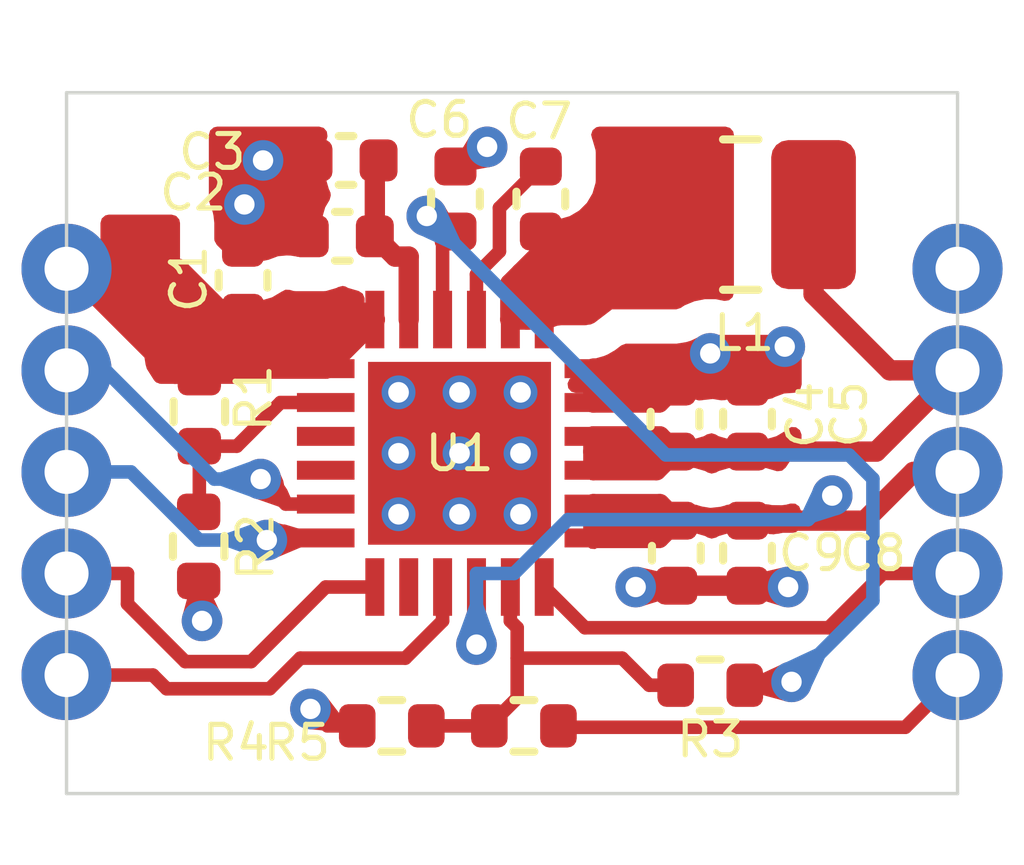
<source format=kicad_pcb>
(kicad_pcb (version 20241229) (generator "pcbnew") (generator_version "9.0")
  (layers (0 "F.Cu" signal) (4 "In1.Cu" signal) (6 "In2.Cu" signal) (2 "B.Cu" signal) (13 "F.Paste" user) (15 "B.Paste" user) (5 "F.SilkS" user "F.Silkscreen") (7 "B.SilkS" user "B.Silkscreen") (1 "F.Mask" user) (3 "B.Mask" user) (25 "Edge.Cuts" user))
  (net 0 "")
  (net 1 "VBUS")
  (net 2 "GND")
  (net 3 "/PMID")
  (net 4 "/VSYS")
  (net 5 "/REGN")
  (net 6 "Net-(U1-BTST)")
  (net 7 "/BUTTON")
  (net 8 "/VBAT")
  (net 10 "/PSEL")
  (net 11 "/TS")
  (net 12 "/SDA")
  (net 13 "/INT_N")
  (net 14 "/SCL")
  (net 15 "/SW")
  (net 17 "/CE_N")
  (net 19 "/TS_BAT")
  (footprint "Inductor_SMD:L_1008_2520Metric" (layer "F.Cu") (at 77.55 42.6)
    (property "Reference" "L1" (at 0.05 1.75 180) (layer "F.SilkS") (effects (font (size 0.5 0.5) (thickness 0.075))))
    (property "Value" "1u")
    (fp_line (start -0.261252 -1.11) (end 0.261252 -1.11) (stroke (width 0.12)) (layer "F.SilkS"))
    (fp_line (start -0.261252 1.11) (end 0.261252 1.11) (stroke (width 0.12)) (layer "F.SilkS"))
    (pad "1" smd roundrect (at -1.075 0) (size 1.25 2.2) (layers "F.Cu" "F.Mask" "F.Paste") (roundrect_rratio 0.2) (net 15 "/SW"))
    (pad "2" smd roundrect (at 1.075 0) (size 1.25 2.2) (layers "F.Cu" "F.Mask" "F.Paste") (roundrect_rratio 0.2) (net 4 "/VSYS"))
  )
  (footprint "Resistor_SMD:R_0402_1005Metric" (layer "F.Cu") (at 77.1 49.55)
    (property "Reference" "R3" (at 0 0.8 0) (layer "F.SilkS") (effects (font (size 0.5 0.5) (thickness 0.075))))
    (property "Value" "10k")
    (fp_line (start -0.153641 -0.38) (end 0.153641 -0.38) (stroke (width 0.12)) (layer "F.SilkS"))
    (fp_line (start -0.153641 0.38) (end 0.153641 0.38) (stroke (width 0.12)) (layer "F.SilkS"))
    (pad "1" smd roundrect (at -0.509999 0) (size 0.54 0.64) (layers "F.Cu" "F.Mask" "F.Paste") (net 11 "/TS"))
    (pad "2" smd roundrect (at 0.509999 0) (size 0.54 0.64) (layers "F.Cu" "F.Mask" "F.Paste") (net 5 "/REGN"))
  )
  (footprint "Capacitor_SMD:C_0402_1005Metric" (layer "F.Cu") (at 71.67 42.92 180)
    (property "Reference" "C2" (at 2.2 0.645 180) (layer "F.SilkS") (effects (font (size 0.5 0.5) (thickness 0.075))))
    (property "Value" "10u")
    (fp_line (start -0.107836 0.36) (end 0.107836 0.36) (stroke (width 0.12)) (layer "F.SilkS"))
    (fp_line (start -0.107836 -0.36) (end 0.107836 -0.36) (stroke (width 0.12)) (layer "F.SilkS"))
    (pad "1" smd roundrect (at -0.48 0 180) (size 0.56 0.62) (layers "F.Cu" "F.Mask" "F.Paste") (net 3 "/PMID"))
    (pad "2" smd roundrect (at 0.48 0 180) (size 0.56 0.62) (layers "F.Cu" "F.Mask" "F.Paste") (net 2 "GND"))
  )
  (footprint "Resistor_SMD:R_0402_1005Metric" (layer "F.Cu") (at 72.4 50.15)
    (property "Reference" "R4" (at -2.3 0.25 0) (layer "F.SilkS") (effects (font (size 0.5 0.5) (thickness 0.075))))
    (property "Value" "10k")
    (fp_line (start -0.153641 -0.38) (end 0.153641 -0.38) (stroke (width 0.12)) (layer "F.SilkS"))
    (fp_line (start -0.153641 0.38) (end 0.153641 0.38) (stroke (width 0.12)) (layer "F.SilkS"))
    (pad "1" smd roundrect (at -0.509999 0) (size 0.54 0.64) (layers "F.Cu" "F.Mask" "F.Paste") (net 2 "GND"))
    (pad "2" smd roundrect (at 0.509999 0) (size 0.54 0.64) (layers "F.Cu" "F.Mask" "F.Paste") (net 11 "/TS"))
  )
  (footprint "Library:RTW0024P" (layer "F.Cu") (at 73.399997 46.125)
    (property "Reference" "U1" (at 0 0 0) (layer "F.SilkS") (effects (font (size 0.5 0.5) (thickness 0.075))))
    (property "Value" "BQ25619ERTWR")
    (pad "1" smd rect (at -1.975 -1.250003) (size 0.850001 0.279999) (layers "F.Cu" "F.Mask") (net 1 "VBUS"))
    (pad "2" smd rect (at -1.975 -0.750004) (size 0.850001 0.279999) (layers "F.Cu" "F.Mask") (net 10 "/PSEL"))
    (pad "3" smd rect (at -1.975 -0.250002) (size 0.850001 0.279999) (layers "F.Cu" "F.Mask"))
    (pad "4" smd rect (at -1.975 0.249997) (size 0.850001 0.279999) (layers "F.Cu" "F.Mask"))
    (pad "5" smd rect (at -1.975 0.749998) (size 0.850001 0.279999) (layers "F.Cu" "F.Mask") (net 14 "/SCL"))
    (pad "6" smd rect (at -1.975 1.249997) (size 0.850001 0.279999) (layers "F.Cu" "F.Mask") (net 12 "/SDA"))
    (pad "7" smd rect (at -1.250003 1.975 90) (size 0.850001 0.279999) (layers "F.Cu" "F.Mask") (net 13 "/INT_N"))
    (pad "8" smd rect (at -0.750004 1.975 90) (size 0.850001 0.279999) (layers "F.Cu" "F.Mask"))
    (pad "9" smd rect (at -0.250002 1.975 90) (size 0.850001 0.279999) (layers "F.Cu" "F.Mask") (net 17 "/CE_N"))
    (pad "10" smd rect (at 0.249997 1.975 90) (size 0.850001 0.279999) (layers "F.Cu" "F.Mask") (net 8 "/VBAT"))
    (pad "11" smd rect (at 0.749998 1.975 90) (size 0.850001 0.279999) (layers "F.Cu" "F.Mask") (net 11 "/TS"))
    (pad "12" smd rect (at 1.249997 1.975 90) (size 0.850001 0.279999) (layers "F.Cu" "F.Mask") (net 7 "/BUTTON"))
    (pad "13" smd rect (at 1.975 1.250003) (size 0.850001 0.279999) (layers "F.Cu" "F.Mask") (net 8 "/VBAT"))
    (pad "14" smd rect (at 1.975 0.750004) (size 0.850001 0.279999) (layers "F.Cu" "F.Mask") (net 8 "/VBAT"))
    (pad "15" smd rect (at 1.975 0.250002) (size 0.850001 0.279999) (layers "F.Cu" "F.Mask") (net 4 "/VSYS"))
    (pad "16" smd rect (at 1.975 -0.249997) (size 0.850001 0.279999) (layers "F.Cu" "F.Mask") (net 4 "/VSYS"))
    (pad "17" smd rect (at 1.975 -0.749998) (size 0.850001 0.279999) (layers "F.Cu" "F.Mask") (net 2 "GND"))
    (pad "18" smd rect (at 1.975 -1.249997) (size 0.850001 0.279999) (layers "F.Cu" "F.Mask") (net 2 "GND"))
    (pad "19" smd rect (at 1.250003 -1.975 90) (size 0.850001 0.279999) (layers "F.Cu" "F.Mask") (net 15 "/SW"))
    (pad "20" smd rect (at 0.750004 -1.975 90) (size 0.850001 0.279999) (layers "F.Cu" "F.Mask") (net 15 "/SW"))
    (pad "21" smd rect (at 0.250002 -1.975 90) (size 0.850001 0.279999) (layers "F.Cu" "F.Mask") (net 6 "Net-(U1-BTST)"))
    (pad "22" smd rect (at -0.249997 -1.975 90) (size 0.850001 0.279999) (layers "F.Cu" "F.Mask") (net 5 "/REGN"))
    (pad "23" smd rect (at -0.749998 -1.975 90) (size 0.850001 0.279999) (layers "F.Cu" "F.Mask") (net 3 "/PMID"))
    (pad "24" smd rect (at -1.249997 -1.975 90) (size 0.850001 0.279999) (layers "F.Cu" "F.Mask") (net 1 "VBUS"))
    (pad "25" thru_hole circle (at -0.899998 -0.900001) (size 0.499999 0.499999) (drill 0.3048) (layers "*.Cu" "*.Mask") (net 2 "GND"))
    (pad "25" thru_hole circle (at -0.899998 0) (size 0.499999 0.499999) (drill 0.3048) (layers "*.Cu" "*.Mask") (net 2 "GND"))
    (pad "25" thru_hole circle (at -0.899998 0.900001) (size 0.499999 0.499999) (drill 0.3048) (layers "*.Cu" "*.Mask") (net 2 "GND"))
    (pad "25" thru_hole circle (at 0 -0.900001) (size 0.499999 0.499999) (drill 0.3048) (layers "*.Cu" "*.Mask") (net 2 "GND"))
    (pad "25" thru_hole circle (at 0 0) (size 0.499999 0.499999) (drill 0.3048) (layers "*.Cu" "*.Mask") (net 2 "GND"))
    (pad "25" smd rect (at 0 0) (size 2.7 2.7) (layers "F.Cu" "F.Mask") (net 2 "GND"))
    (pad "25" thru_hole circle (at 0 0.900001) (size 0.499999 0.499999) (drill 0.3048) (layers "*.Cu" "*.Mask") (net 2 "GND"))
    (pad "25" thru_hole circle (at 0.900001 -0.900001) (size 0.499999 0.499999) (drill 0.3048) (layers "*.Cu" "*.Mask") (net 2 "GND"))
    (pad "25" thru_hole circle (at 0.900001 0) (size 0.499999 0.499999) (drill 0.3048) (layers "*.Cu" "*.Mask") (net 2 "GND"))
    (pad "25" thru_hole circle (at 0.900001 0.900001) (size 0.499999 0.499999) (drill 0.3048) (layers "*.Cu" "*.Mask") (net 2 "GND"))
  )
  (footprint "Capacitor_SMD:C_0402_1005Metric" (layer "F.Cu") (at 77.65 45.62 90)
    (property "Reference" "C5" (at 0.07 1.5 90) (layer "F.SilkS") (effects (font (size 0.5 0.5) (thickness 0.075))))
    (property "Value" "10u")
    (fp_line (start -0.107836 -0.36) (end 0.107836 -0.36) (stroke (width 0.12)) (layer "F.SilkS"))
    (fp_line (start -0.107836 0.36) (end 0.107836 0.36) (stroke (width 0.12)) (layer "F.SilkS"))
    (pad "1" smd roundrect (at -0.48 0 90) (size 0.56 0.62) (layers "F.Cu" "F.Mask" "F.Paste") (net 4 "/VSYS"))
    (pad "2" smd roundrect (at 0.48 0 90) (size 0.56 0.62) (layers "F.Cu" "F.Mask" "F.Paste") (net 2 "GND"))
  )
  (footprint "Capacitor_SMD:C_0402_1005Metric" (layer "F.Cu") (at 74.6 42.37 90)
    (property "Reference" "C7" (at 1.145 -0.025 180) (layer "F.SilkS") (effects (font (size 0.5 0.5) (thickness 0.075))))
    (property "Value" "47n")
    (fp_line (start -0.107836 -0.36) (end 0.107836 -0.36) (stroke (width 0.12)) (layer "F.SilkS"))
    (fp_line (start -0.107836 0.36) (end 0.107836 0.36) (stroke (width 0.12)) (layer "F.SilkS"))
    (pad "1" smd roundrect (at -0.48 0 90) (size 0.56 0.62) (layers "F.Cu" "F.Mask" "F.Paste") (net 15 "/SW"))
    (pad "2" smd roundrect (at 0.48 0 90) (size 0.56 0.62) (layers "F.Cu" "F.Mask" "F.Paste") (net 6 "Net-(U1-BTST)"))
  )
  (footprint "Library:5_Castellated" (layer "F.Cu") (at 67.6 43.4)
    (property "Reference" "J1" (hide yes))
    (property "Value" "Conn_01x05_Pin")
    (pad "1" thru_hole circle (at 0 0) (size 1.33 1.33) (drill 0.65) (property pad_prop_castellated) (layers "*.Cu" "*.Mask") (net 1 "VBUS"))
    (pad "2" thru_hole circle (at 0 1.5) (size 1.33 1.33) (drill 0.65) (property pad_prop_castellated) (layers "*.Cu" "*.Mask") (net 14 "/SCL"))
    (pad "3" thru_hole circle (at 0 3) (size 1.33 1.33) (drill 0.65) (property pad_prop_castellated) (layers "*.Cu" "*.Mask") (net 12 "/SDA"))
    (pad "4" thru_hole circle (at 0 4.5) (size 1.33 1.33) (drill 0.65) (property pad_prop_castellated) (layers "*.Cu" "*.Mask") (net 13 "/INT_N"))
    (pad "5" thru_hole circle (at 0 6) (size 1.33 1.33) (drill 0.65) (property pad_prop_castellated) (layers "*.Cu" "*.Mask") (net 17 "/CE_N"))
  )
  (footprint "Capacitor_SMD:C_0402_1005Metric" (layer "F.Cu") (at 76.6 47.6 -90)
    (property "Reference" "C9" (at 0 -2 180) (layer "F.SilkS") (effects (font (size 0.5 0.5) (thickness 0.075))))
    (property "Value" "10u")
    (fp_line (start -0.107836 0.36) (end 0.107836 0.36) (stroke (width 0.12)) (layer "F.SilkS"))
    (fp_line (start -0.107836 -0.36) (end 0.107836 -0.36) (stroke (width 0.12)) (layer "F.SilkS"))
    (pad "1" smd roundrect (at -0.48 0 270) (size 0.56 0.62) (layers "F.Cu" "F.Mask" "F.Paste") (net 8 "/VBAT"))
    (pad "2" smd roundrect (at 0.48 0 270) (size 0.56 0.62) (layers "F.Cu" "F.Mask" "F.Paste") (net 2 "GND"))
  )
  (footprint "Library:5_Castellated" (layer "F.Cu") (at 80.75 43.4)
    (property "Reference" "J2" (hide yes))
    (property "Value" "Conn_01x05_Pin")
    (pad "1" thru_hole circle (at 0 0) (size 1.33 1.33) (drill 0.65) (property pad_prop_castellated) (layers "*.Cu" "*.Mask") (net 2 "GND"))
    (pad "2" thru_hole circle (at 0 1.5) (size 1.33 1.33) (drill 0.65) (property pad_prop_castellated) (layers "*.Cu" "*.Mask") (net 4 "/VSYS"))
    (pad "3" thru_hole circle (at 0 3) (size 1.33 1.33) (drill 0.65) (property pad_prop_castellated) (layers "*.Cu" "*.Mask") (net 8 "/VBAT"))
    (pad "4" thru_hole circle (at 0 4.5) (size 1.33 1.33) (drill 0.65) (property pad_prop_castellated) (layers "*.Cu" "*.Mask") (net 7 "/BUTTON"))
    (pad "5" thru_hole circle (at 0 6) (size 1.33 1.33) (drill 0.65) (property pad_prop_castellated) (layers "*.Cu" "*.Mask") (net 19 "/TS_BAT"))
  )
  (footprint "Resistor_SMD:R_0402_1005Metric" (layer "F.Cu") (at 69.56 45.51 -90)
    (property "Reference" "R1" (at -0.2 -0.8 90) (layer "F.SilkS") (effects (font (size 0.5 0.5) (thickness 0.075))))
    (property "Value" "100k")
    (fp_line (start -0.153641 0.38) (end 0.153641 0.38) (stroke (width 0.12)) (layer "F.SilkS"))
    (fp_line (start -0.153641 -0.38) (end 0.153641 -0.38) (stroke (width 0.12)) (layer "F.SilkS"))
    (pad "1" smd roundrect (at -0.509999 0 270) (size 0.54 0.64) (layers "F.Cu" "F.Mask" "F.Paste") (net 1 "VBUS"))
    (pad "2" smd roundrect (at 0.509999 0 270) (size 0.54 0.64) (layers "F.Cu" "F.Mask" "F.Paste") (net 10 "/PSEL"))
  )
  (footprint "Capacitor_SMD:C_0402_1005Metric" (layer "F.Cu") (at 73.34 42.37 90)
    (property "Reference" "C6" (at 1.17 -0.24 0) (layer "F.SilkS") (effects (font (size 0.5 0.5) (thickness 0.075))))
    (property "Value" "10u")
    (fp_line (start -0.107836 -0.36) (end 0.107836 -0.36) (stroke (width 0.12)) (layer "F.SilkS"))
    (fp_line (start -0.107836 0.36) (end 0.107836 0.36) (stroke (width 0.12)) (layer "F.SilkS"))
    (pad "1" smd roundrect (at -0.48 0 90) (size 0.56 0.62) (layers "F.Cu" "F.Mask" "F.Paste") (net 5 "/REGN"))
    (pad "2" smd roundrect (at 0.48 0 90) (size 0.56 0.62) (layers "F.Cu" "F.Mask" "F.Paste") (net 2 "GND"))
  )
  (footprint "Resistor_SMD:R_0402_1005Metric" (layer "F.Cu") (at 74.35 50.15)
    (property "Reference" "R5" (at -3.35 0.25 0) (layer "F.SilkS") (effects (font (size 0.5 0.5) (thickness 0.075))))
    (property "Value" "0")
    (fp_line (start -0.153641 -0.38) (end 0.153641 -0.38) (stroke (width 0.12)) (layer "F.SilkS"))
    (fp_line (start -0.153641 0.38) (end 0.153641 0.38) (stroke (width 0.12)) (layer "F.SilkS"))
    (pad "1" smd roundrect (at -0.509999 0) (size 0.54 0.64) (layers "F.Cu" "F.Mask" "F.Paste") (net 11 "/TS"))
    (pad "2" smd roundrect (at 0.509999 0) (size 0.54 0.64) (layers "F.Cu" "F.Mask" "F.Paste") (net 19 "/TS_BAT"))
  )
  (footprint "Resistor_SMD:R_0402_1005Metric" (layer "F.Cu") (at 69.55 47.5 -90)
    (property "Reference" "R2" (at 0.01 -0.84 90) (layer "F.SilkS") (effects (font (size 0.5 0.5) (thickness 0.075))))
    (property "Value" "100k")
    (fp_line (start -0.153641 0.38) (end 0.153641 0.38) (stroke (width 0.12)) (layer "F.SilkS"))
    (fp_line (start -0.153641 -0.38) (end 0.153641 -0.38) (stroke (width 0.12)) (layer "F.SilkS"))
    (pad "1" smd roundrect (at -0.509999 0 270) (size 0.54 0.64) (layers "F.Cu" "F.Mask" "F.Paste") (net 10 "/PSEL"))
    (pad "2" smd roundrect (at 0.509999 0 270) (size 0.54 0.64) (layers "F.Cu" "F.Mask" "F.Paste") (net 2 "GND"))
  )
  (footprint "Capacitor_SMD:C_0402_1005Metric" (layer "F.Cu") (at 77.65 47.6 -90)
    (property "Reference" "C8" (at 0 -1.85 180) (layer "F.SilkS") (effects (font (size 0.5 0.5) (thickness 0.075))))
    (property "Value" "10u")
    (fp_line (start -0.107836 0.36) (end 0.107836 0.36) (stroke (width 0.12)) (layer "F.SilkS"))
    (fp_line (start -0.107836 -0.36) (end 0.107836 -0.36) (stroke (width 0.12)) (layer "F.SilkS"))
    (pad "1" smd roundrect (at -0.48 0 270) (size 0.56 0.62) (layers "F.Cu" "F.Mask" "F.Paste") (net 8 "/VBAT"))
    (pad "2" smd roundrect (at 0.48 0 270) (size 0.56 0.62) (layers "F.Cu" "F.Mask" "F.Paste") (net 2 "GND"))
  )
  (footprint "Capacitor_SMD:C_0402_1005Metric" (layer "F.Cu") (at 76.58 45.62 90)
    (property "Reference" "C4" (at 0.06 1.92 90) (layer "F.SilkS") (effects (font (size 0.5 0.5) (thickness 0.075))))
    (property "Value" "10u")
    (fp_line (start -0.107836 -0.36) (end 0.107836 -0.36) (stroke (width 0.12)) (layer "F.SilkS"))
    (fp_line (start -0.107836 0.36) (end 0.107836 0.36) (stroke (width 0.12)) (layer "F.SilkS"))
    (pad "1" smd roundrect (at -0.48 0 90) (size 0.56 0.62) (layers "F.Cu" "F.Mask" "F.Paste") (net 4 "/VSYS"))
    (pad "2" smd roundrect (at 0.48 0 90) (size 0.56 0.62) (layers "F.Cu" "F.Mask" "F.Paste") (net 2 "GND"))
  )
  (footprint "Capacitor_SMD:C_0402_1005Metric" (layer "F.Cu") (at 70.205 43.57 90)
    (property "Reference" "C1" (at 0.02 -0.8 90) (layer "F.SilkS") (effects (font (size 0.5 0.5) (thickness 0.075))))
    (property "Value" "1u")
    (fp_line (start -0.107836 -0.36) (end 0.107836 -0.36) (stroke (width 0.12)) (layer "F.SilkS"))
    (fp_line (start -0.107836 0.36) (end 0.107836 0.36) (stroke (width 0.12)) (layer "F.SilkS"))
    (pad "1" smd roundrect (at -0.48 0 90) (size 0.56 0.62) (layers "F.Cu" "F.Mask" "F.Paste") (net 1 "VBUS"))
    (pad "2" smd roundrect (at 0.48 0 90) (size 0.56 0.62) (layers "F.Cu" "F.Mask" "F.Paste") (net 2 "GND"))
  )
  (footprint "Capacitor_SMD:C_0402_1005Metric" (layer "F.Cu") (at 71.725 41.8 180)
    (property "Reference" "C3" (at 1.975 0.125 0) (layer "F.SilkS") (effects (font (size 0.5 0.5) (thickness 0.075))))
    (property "Value" "10u")
    (fp_line (start -0.107836 0.36) (end 0.107836 0.36) (stroke (width 0.12)) (layer "F.SilkS"))
    (fp_line (start -0.107836 -0.36) (end 0.107836 -0.36) (stroke (width 0.12)) (layer "F.SilkS"))
    (pad "1" smd roundrect (at -0.48 0 180) (size 0.56 0.62) (layers "F.Cu" "F.Mask" "F.Paste") (net 3 "/PMID"))
    (pad "2" smd roundrect (at 0.48 0 180) (size 0.56 0.62) (layers "F.Cu" "F.Mask" "F.Paste") (net 2 "GND"))
  )
  (gr_line (start 67.6 51.15) (end 67.6 40.8) (stroke (width 0.05)) (layer "Edge.Cuts"))
  (gr_line (start 67.6 51.15) (end 80.75 51.15) (stroke (width 0.05)) (layer "Edge.Cuts"))
  (gr_line (start 80.75 40.8) (end 80.75 51.15) (stroke (width 0.05)) (layer "Edge.Cuts"))
  (gr_line (start 67.6 40.8) (end 80.75 40.8) (stroke (width 0.05)) (layer "Edge.Cuts"))
  (segment (start 67.6 43.4) (end 67.6 43.45) (width 0.3) (layer "F.Cu") (net 1))
  (segment (start 71.424997 44.874997) (end 69.685004 44.874997) (width 0.3) (layer "F.Cu") (net 1))
  (segment (start 69.685004 44.874997) (end 69.56 45.000001) (width 0.3) (layer "F.Cu") (net 1))
  (segment (start 72.05 44.05) (end 72.15 44.15) (width 0.3) (layer "F.Cu") (net 1))
  (segment (start 69.9 44.05) (end 70.205 44.05) (width 0.3) (layer "F.Cu") (net 1))
  (segment (start 70.205 44.05) (end 72.05 44.05) (width 0.3) (layer "F.Cu") (net 1))
  (segment (start 67.6 43.4) (end 69.25 43.4) (width 0.3) (layer "F.Cu") (net 1))
  (segment (start 71.424997 44.874997) (end 71.425003 44.874997) (width 0.3) (layer "F.Cu") (net 1))
  (segment (start 67.7 43.45) (end 69.2 44.95) (width 0.3) (layer "F.Cu") (net 1))
  (segment (start 69.25 43.4) (end 69.9 44.05) (width 0.3) (layer "F.Cu") (net 1))
  (segment (start 71.425003 44.874997) (end 72.15 44.15) (width 0.3) (layer "F.Cu") (net 1))
  (segment (start 69.2 44.95) (end 69.509999 44.95) (width 0.3) (layer "F.Cu") (net 1))
  (segment (start 67.6 43.45) (end 67.7 43.45) (width 0.3) (layer "F.Cu") (net 1))
  (segment (start 69.509999 44.95) (end 69.56 45.000001) (width 0.3) (layer "F.Cu") (net 1))
  (segment (start 76.315003 44.875003) (end 76.58 45.14) (width 0.3) (layer "F.Cu") (net 2))
  (segment (start 71.890001 50.15) (end 71.45 50.15) (width 0.2) (layer "F.Cu") (net 2))
  (segment (start 73.34 41.89) (end 73.517299 41.89) (width 0.2) (layer "F.Cu") (net 2))
  (segment (start 75.374997 44.875003) (end 75.374997 45.1) (width 0.3) (layer "F.Cu") (net 2))
  (segment (start 77.1 45.14) (end 77.1 44.65) (width 0.3) (layer "F.Cu") (net 2))
  (segment (start 77.65 45.1) (end 78.2 44.55) (width 0.3) (layer "F.Cu") (net 2))
  (segment (start 69.55 48.009999) (end 69.55 48.55) (width 0.2) (layer "F.Cu") (net 2))
  (segment (start 76.6 48.08) (end 77.65 48.08) (width 0.3) (layer "F.Cu") (net 2))
  (segment (start 75.374997 45.1) (end 75.6 45.1) (width 0.3) (layer "F.Cu") (net 2))
  (segment (start 76.58 45.14) (end 77.1 45.14) (width 0.3) (layer "F.Cu") (net 2))
  (segment (start 77.65 48.08) (end 78.23 48.08) (width 0.3) (layer "F.Cu") (net 2))
  (segment (start 75.374997 45.1) (end 75.374997 45.375002) (width 0.3) (layer "F.Cu") (net 2))
  (segment (start 76.344998 45.375002) (end 76.58 45.14) (width 0.3) (layer "F.Cu") (net 2))
  (segment (start 78.23 48.08) (end 78.25 48.1) (width 0.3) (layer "F.Cu") (net 2))
  (segment (start 75.6 45.1) (end 75.64 45.14) (width 0.3) (layer "F.Cu") (net 2))
  (segment (start 75.64 45.14) (end 76.58 45.14) (width 0.3) (layer "F.Cu") (net 2))
  (segment (start 77.65 45.14) (end 77.65 45.1) (width 0.3) (layer "F.Cu") (net 2))
  (segment (start 75.374997 44.875003) (end 76.315003 44.875003) (width 0.3) (layer "F.Cu") (net 2))
  (segment (start 75.374997 45.375002) (end 76.344998 45.375002) (width 0.3) (layer "F.Cu") (net 2))
  (segment (start 76.6 48.08) (end 76.02 48.08) (width 0.3) (layer "F.Cu") (net 2))
  (segment (start 69.55 48.55) (end 69.6 48.6) (width 0.2) (layer "F.Cu") (net 2))
  (segment (start 76.02 48.08) (end 76 48.1) (width 0.3) (layer "F.Cu") (net 2))
  (segment (start 71.45 50.15) (end 71.2 49.9) (width 0.2) (layer "F.Cu") (net 2))
  (segment (start 73.517299 41.89) (end 73.807299 41.6) (width 0.2) (layer "F.Cu") (net 2))
  (segment (start 77.1 45.14) (end 77.65 45.14) (width 0.3) (layer "F.Cu") (net 2))
  (via (at 76 48.1) (size 0.6) (drill 0.3) (layers "F.Cu" "B.Cu") (net 2))
  (via (at 69.6 48.6) (size 0.6) (drill 0.3) (layers "F.Cu" "B.Cu") (net 2))
  (via (at 70.5 41.8) (size 0.6) (drill 0.3) (layers "F.Cu" "B.Cu") (net 2))
  (via (at 78.25 48.1) (size 0.6) (drill 0.3) (layers "F.Cu" "B.Cu") (net 2))
  (via (at 78.2 44.55) (size 0.6) (drill 0.3) (layers "F.Cu" "B.Cu") (net 2))
  (via (at 77.1 44.65) (size 0.6) (drill 0.3) (layers "F.Cu" "B.Cu") (net 2))
  (via (at 70.225 42.45) (size 0.6) (drill 0.3) (layers "F.Cu" "B.Cu") (net 2))
  (via (at 73.807299 41.6) (size 0.6) (drill 0.3) (layers "F.Cu" "B.Cu") (net 2))
  (via (at 71.2 49.9) (size 0.6) (drill 0.3) (layers "F.Cu" "B.Cu") (net 2))
  (segment (start 72.649999 43.219999) (end 72.449999 43.219999) (width 0.3) (layer "F.Cu") (net 3))
  (segment (start 72.15 41.855) (end 72.205 41.8) (width 0.3) (layer "F.Cu") (net 3))
  (segment (start 72.649999 44.15) (end 72.649999 43.219999) (width 0.3) (layer "F.Cu") (net 3))
  (segment (start 72.15 42.92) (end 72.15 41.855) (width 0.3) (layer "F.Cu") (net 3))
  (segment (start 72.449999 43.219999) (end 72.15 42.92) (width 0.3) (layer "F.Cu") (net 3))
  (segment (start 75.374997 45.875003) (end 75.374997 46.1) (width 0.3) (layer "F.Cu") (net 4))
  (segment (start 77.65 46.1) (end 79.55 46.1) (width 0.3) (layer "F.Cu") (net 4))
  (segment (start 76.355003 45.875003) (end 76.58 46.1) (width 0.3) (layer "F.Cu") (net 4))
  (segment (start 79.55 46.1) (end 80.75 44.9) (width 0.3) (layer "F.Cu") (net 4))
  (segment (start 79.75 44.9) (end 80.75 44.9) (width 0.3) (layer "F.Cu") (net 4))
  (segment (start 78.625 43.775) (end 79.75 44.9) (width 0.3) (layer "F.Cu") (net 4))
  (segment (start 76.58 46.1) (end 77.65 46.1) (width 0.3) (layer "F.Cu") (net 4))
  (segment (start 75.374997 46.375002) (end 76.304998 46.375002) (width 0.3) (layer "F.Cu") (net 4))
  (segment (start 78.625 42.6) (end 78.625 43.775) (width 0.3) (layer "F.Cu") (net 4))
  (segment (start 75.374997 45.875003) (end 76.355003 45.875003) (width 0.3) (layer "F.Cu") (net 4))
  (segment (start 75.374997 46.1) (end 76.58 46.1) (width 0.3) (layer "F.Cu") (net 4))
  (segment (start 76.304998 46.375002) (end 76.58 46.1) (width 0.3) (layer "F.Cu") (net 4))
  (segment (start 75.374997 46.1) (end 75.374997 46.375002) (width 0.3) (layer "F.Cu") (net 4))
  (segment (start 77.609999 49.55) (end 78.25 49.55) (width 0.2) (layer "F.Cu") (net 5))
  (segment (start 73.146063 42.85) (end 72.916831 42.620768) (width 0.2) (layer "F.Cu") (net 5))
  (segment (start 73.34 42.85) (end 73.146063 42.85) (width 0.2) (layer "F.Cu") (net 5))
  (segment (start 73.15 43.04) (end 73.15 44.15) (width 0.2) (layer "F.Cu") (net 5))
  (segment (start 73.34 42.85) (end 73.15 43.04) (width 0.2) (layer "F.Cu") (net 5))
  (segment (start 78.25 49.55) (end 78.3 49.5) (width 0.2) (layer "F.Cu") (net 5))
  (via (at 78.3 49.5) (size 0.6) (drill 0.3) (layers "F.Cu" "B.Cu") (net 5))
  (via (at 72.916831 42.620768) (size 0.6) (drill 0.3) (layers "F.Cu" "B.Cu") (net 5))
  (segment (start 72.916831 42.620768) (end 76.445063 46.149) (width 0.2) (layer "B.Cu") (net 5))
  (segment (start 79.501 48.299) (end 78.3 49.5) (width 0.2) (layer "B.Cu") (net 5))
  (segment (start 79.148943 46.149) (end 79.501 46.501057) (width 0.2) (layer "B.Cu") (net 5))
  (segment (start 79.501 46.501057) (end 79.501 48.299) (width 0.2) (layer "B.Cu") (net 5))
  (segment (start 76.445063 46.149) (end 79.148943 46.149) (width 0.2) (layer "B.Cu") (net 5))
  (segment (start 73.649999 43.483003) (end 73.649999 44.15) (width 0.2) (layer "F.Cu") (net 6))
  (segment (start 73.989 42.501) (end 73.989 43.144002) (width 0.2) (layer "F.Cu") (net 6))
  (segment (start 74.6 41.89) (end 73.989 42.501) (width 0.2) (layer "F.Cu") (net 6))
  (segment (start 73.989 43.144002) (end 73.649999 43.483003) (width 0.2) (layer "F.Cu") (net 6))
  (segment (start 74.649994 48.1) (end 75.250994 48.701) (width 0.2) (layer "F.Cu") (net 7))
  (segment (start 78.849 48.701) (end 79.65 47.9) (width 0.2) (layer "F.Cu") (net 7))
  (segment (start 75.250994 48.701) (end 78.849 48.701) (width 0.2) (layer "F.Cu") (net 7))
  (segment (start 79.65 47.9) (end 80.75 47.9) (width 0.2) (layer "F.Cu") (net 7))
  (segment (start 75.374997 47.375003) (end 76.344997 47.375003) (width 0.3) (layer "F.Cu") (net 8))
  (segment (start 73.649994 48.1) (end 73.649994 48.949994) (width 0.2) (layer "F.Cu") (net 8))
  (segment (start 79.38 47.12) (end 78.95 47.12) (width 0.3) (layer "F.Cu") (net 8))
  (segment (start 76.58 47.1) (end 76.6 47.12) (width 0.2) (layer "F.Cu") (net 8))
  (segment (start 78.95 47.12) (end 77.65 47.12) (width 0.3) (layer "F.Cu") (net 8))
  (segment (start 75.374997 46.875004) (end 75.374997 47.1) (width 0.3) (layer "F.Cu") (net 8))
  (segment (start 80.1 46.4) (end 79.38 47.12) (width 0.3) (layer "F.Cu") (net 8))
  (segment (start 75.374997 46.875004) (end 76.355004 46.875004) (width 0.3) (layer "F.Cu") (net 8))
  (segment (start 75.394997 47.12) (end 76.6 47.12) (width 0.3) (layer "F.Cu") (net 8))
  (segment (start 77.65 47.12) (end 76.6 47.12) (width 0.3) (layer "F.Cu") (net 8))
  (segment (start 78.9 47.07) (end 78.95 47.12) (width 0.2) (layer "F.Cu") (net 8))
  (segment (start 78.9 46.75) (end 78.9 47.07) (width 0.2) (layer "F.Cu") (net 8))
  (segment (start 75.374997 47.1) (end 75.374997 47.375003) (width 0.3) (layer "F.Cu") (net 8))
  (segment (start 80.75 46.4) (end 80.1 46.4) (width 0.3) (layer "F.Cu") (net 8))
  (segment (start 76.355004 46.875004) (end 76.6 47.12) (width 0.3) (layer "F.Cu") (net 8))
  (segment (start 73.649994 48.949994) (end 73.65 48.95) (width 0.2) (layer "F.Cu") (net 8))
  (segment (start 76.344997 47.375003) (end 76.6 47.12) (width 0.3) (layer "F.Cu") (net 8))
  (segment (start 75.374997 47.1) (end 75.394997 47.12) (width 0.3) (layer "F.Cu") (net 8))
  (via (at 78.9 46.75) (size 0.6) (drill 0.3) (layers "F.Cu" "B.Cu") (net 8))
  (via (at 73.65 48.95) (size 0.6) (drill 0.3) (layers "F.Cu" "B.Cu") (net 8))
  (segment (start 73.65 48.95) (end 73.65 47.9) (width 0.2) (layer "B.Cu") (net 8))
  (segment (start 75 47.10423) (end 78.54577 47.10423) (width 0.2) (layer "B.Cu") (net 8))
  (segment (start 74.20423 47.9) (end 75 47.10423) (width 0.2) (layer "B.Cu") (net 8))
  (segment (start 73.65 47.9) (end 74.20423 47.9) (width 0.2) (layer "B.Cu") (net 8))
  (segment (start 78.54577 47.10423) (end 78.9 46.75) (width 0.2) (layer "B.Cu") (net 8))
  (segment (start 70.758 45.374996) (end 70.112997 46.019999) (width 0.2) (layer "F.Cu") (net 10))
  (segment (start 71.424997 45.374996) (end 70.758 45.374996) (width 0.2) (layer "F.Cu") (net 10))
  (segment (start 69.56 46.019999) (end 69.56 46.980001) (width 0.2) (layer "F.Cu") (net 10))
  (segment (start 70.112997 46.019999) (end 69.56 46.019999) (width 0.2) (layer "F.Cu") (net 10))
  (segment (start 69.56 46.980001) (end 69.55 46.990001) (width 0.2) (layer "F.Cu") (net 10))
  (segment (start 76.2 49.55) (end 75.8 49.15) (width 0.2) (layer "F.Cu") (net 11))
  (segment (start 74.149995 48.600052) (end 74.251 48.701057) (width 0.2) (layer "F.Cu") (net 11))
  (segment (start 75.8 49.15) (end 74.251 49.15) (width 0.2) (layer "F.Cu") (net 11))
  (segment (start 72.909999 50.15) (end 73.840001 50.15) (width 0.2) (layer "F.Cu") (net 11))
  (segment (start 74.251 49.739001) (end 73.840001 50.15) (width 0.2) (layer "F.Cu") (net 11))
  (segment (start 74.251 49.15) (end 74.251 49.739001) (width 0.2) (layer "F.Cu") (net 11))
  (segment (start 74.251 48.701057) (end 74.251 49.15) (width 0.2) (layer "F.Cu") (net 11))
  (segment (start 74.149995 48.1) (end 74.149995 48.600052) (width 0.2) (layer "F.Cu") (net 11))
  (segment (start 76.590001 49.55) (end 76.2 49.55) (width 0.2) (layer "F.Cu") (net 11))
  (segment (start 70.587691 47.374997) (end 70.556238 47.40645) (width 0.2) (layer "F.Cu") (net 12))
  (segment (start 71.424997 47.374997) (end 70.587691 47.374997) (width 0.2) (layer "F.Cu") (net 12))
  (via (at 70.556238 47.40645) (size 0.6) (drill 0.3) (layers "F.Cu" "B.Cu") (net 12))
  (segment (start 67.6 46.4) (end 68.55 46.4) (width 0.2) (layer "B.Cu") (net 12))
  (segment (start 69.55645 47.40645) (end 70.556238 47.40645) (width 0.2) (layer "B.Cu") (net 12))
  (segment (start 68.55 46.4) (end 69.55645 47.40645) (width 0.2) (layer "B.Cu") (net 12))
  (segment (start 68.499661 48.349604) (end 69.351057 49.201) (width 0.2) (layer "F.Cu") (net 13))
  (segment (start 68.499661 47.9) (end 68.499661 48.349604) (width 0.2) (layer "F.Cu") (net 13))
  (segment (start 70.324 49.201) (end 71.425 48.1) (width 0.2) (layer "F.Cu") (net 13))
  (segment (start 67.6 47.9) (end 68.499661 47.9) (width 0.2) (layer "F.Cu") (net 13))
  (segment (start 71.425 48.1) (end 72.149994 48.1) (width 0.2) (layer "F.Cu") (net 13))
  (segment (start 69.351057 49.201) (end 70.324 49.201) (width 0.2) (layer "F.Cu") (net 13))
  (segment (start 71.424997 46.874998) (end 70.834732 46.874998) (width 0.2) (layer "F.Cu") (net 14))
  (segment (start 70.834732 46.874998) (end 70.465365 46.505631) (width 0.2) (layer "F.Cu") (net 14))
  (via (at 70.465365 46.505631) (size 0.6) (drill 0.3) (layers "F.Cu" "B.Cu") (net 14))
  (segment (start 67.625 44.925) (end 68.2 44.925) (width 0.2) (layer "B.Cu") (net 14))
  (segment (start 67.6 44.9) (end 67.625 44.925) (width 0.2) (layer "B.Cu") (net 14))
  (segment (start 68.2 44.925) (end 69.780631 46.505631) (width 0.2) (layer "B.Cu") (net 14))
  (segment (start 69.780631 46.505631) (end 70.465365 46.505631) (width 0.2) (layer "B.Cu") (net 14))
  (segment (start 74.310406 43.460406) (end 74.6 43.170812) (width 0.3) (layer "F.Cu") (net 15))
  (segment (start 74.15 43.620812) (end 74.310406 43.460406) (width 0.3) (layer "F.Cu") (net 15))
  (segment (start 74.150001 44.15) (end 74.4 44.15) (width 0.3) (layer "F.Cu") (net 15))
  (segment (start 76.225 42.85) (end 76.475 42.6) (width 0.3) (layer "F.Cu") (net 15))
  (segment (start 74.4 44.15) (end 74.65 44.15) (width 0.3) (layer "F.Cu") (net 15))
  (segment (start 74.4 43.55) (end 74.310406 43.460406) (width 0.3) (layer "F.Cu") (net 15))
  (segment (start 74.6 43.170812) (end 74.6 42.85) (width 0.3) (layer "F.Cu") (net 15))
  (segment (start 74.6 42.85) (end 76.225 42.85) (width 0.3) (layer "F.Cu") (net 15))
  (segment (start 74.15 44.149999) (end 74.15 43.620812) (width 0.3) (layer "F.Cu") (net 15))
  (segment (start 74.6 44.1) (end 74.65 44.15) (width 0.3) (layer "F.Cu") (net 15))
  (segment (start 74.150001 44.15) (end 74.15 44.149999) (width 0.3) (layer "F.Cu") (net 15))
  (segment (start 74.6 42.85) (end 74.6 44.1) (width 0.3) (layer "F.Cu") (net 15))
  (segment (start 74.4 44.15) (end 74.4 43.55) (width 0.3) (layer "F.Cu") (net 15))
  (segment (start 69.077 49.602) (end 68.875 49.4) (width 0.2) (layer "F.Cu") (net 17))
  (segment (start 73.149995 48.600062) (end 72.600057 49.15) (width 0.2) (layer "F.Cu") (net 17))
  (segment (start 73.149995 48.1) (end 73.149995 48.600062) (width 0.2) (layer "F.Cu") (net 17))
  (segment (start 71.050057 49.15) (end 70.598057 49.602) (width 0.2) (layer "F.Cu") (net 17))
  (segment (start 68.875 49.4) (end 67.6 49.4) (width 0.2) (layer "F.Cu") (net 17))
  (segment (start 70.598057 49.602) (end 69.077 49.602) (width 0.2) (layer "F.Cu") (net 17))
  (segment (start 72.600057 49.15) (end 71.050057 49.15) (width 0.2) (layer "F.Cu") (net 17))
  (segment (start 74.880999 50.171) (end 79.979 50.171) (width 0.2) (layer "F.Cu") (net 19))
  (segment (start 79.979 50.171) (end 80.75 49.4) (width 0.2) (layer "F.Cu") (net 19))
  (segment (start 74.859999 50.15) (end 74.880999 50.171) (width 0.2) (layer "F.Cu") (net 19))
  (zone (net 15) (net_name "/SW") (layer "F.Cu") (priority 6) (connect_pads yes (clearance 0.5)) (min_thickness 0.25) (fill yes (thermal_gap 0.5) (thermal_bridge_width 0.5))
    (polygon (pts (xy 73.9 44.65) (xy 74.8 44.65) (xy 75.65 44) (xy 77.45 44) (xy 77.45 41.25) (xy 75.3 41.25) (xy 75.15 42.2) (xy 74.25 42.55) (xy 74.15 43.3) (xy 73.9 43.7)))
  )
  (zone (net 8) (net_name "/VBAT") (layer "F.Cu") (priority 4) (connect_pads yes (clearance 0.5)) (min_thickness 0.25) (fill yes (thermal_gap 0.5) (thermal_bridge_width 0.5))
    (polygon (pts (xy 74.89 47.59) (xy 78.44 47.6) (xy 78.44 46.64) (xy 74.87 46.65) (xy 74.89 47.6)))
  )
  (zone (net 2) (net_name "GND") (layer "F.Cu") (priority 3) (connect_pads yes (clearance 0.5)) (min_thickness 0.25) (fill yes (thermal_gap 0.5) (thermal_bridge_width 0.5))
    (polygon (pts (xy 74.85 45.62) (xy 78.45 45.62) (xy 78.45 44.375) (xy 74.85 44.375)))
  )
  (zone (net 2) (net_name "GND") (layer "F.Cu") (connect_pads yes (clearance 0.5)) (min_thickness 0.25) (fill yes (thermal_gap 0.5) (thermal_bridge_width 0.5))
    (polygon (pts (xy 71.87 41.3) (xy 71.87 43.45) (xy 69.7 43.45) (xy 69.7 41.3)))
  )
  (zone (net 4) (net_name "/VSYS") (layer "F.Cu") (priority 5) (connect_pads yes (clearance 0.5)) (min_thickness 0.25) (fill yes (thermal_gap 0.5) (thermal_bridge_width 0.5))
    (polygon (pts (xy 74.85 45.62) (xy 78.45 45.62) (xy 78.44 46.64) (xy 74.87 46.65)))
  )
  (zone (net 1) (net_name "VBUS") (layer "F.Cu") (priority 1) (connect_pads yes (clearance 0.5)) (min_thickness 0.25) (fill yes (thermal_gap 0.5) (thermal_bridge_width 0.5))
    (polygon (pts (xy 72.375 45.1) (xy 68.925 45.1) (xy 68.325 44.15) (xy 67.6 44.15) (xy 67.6 42.6) (xy 69.275 42.6) (xy 69.275 43.575) (xy 72.375 43.57)))
  )
)
</source>
